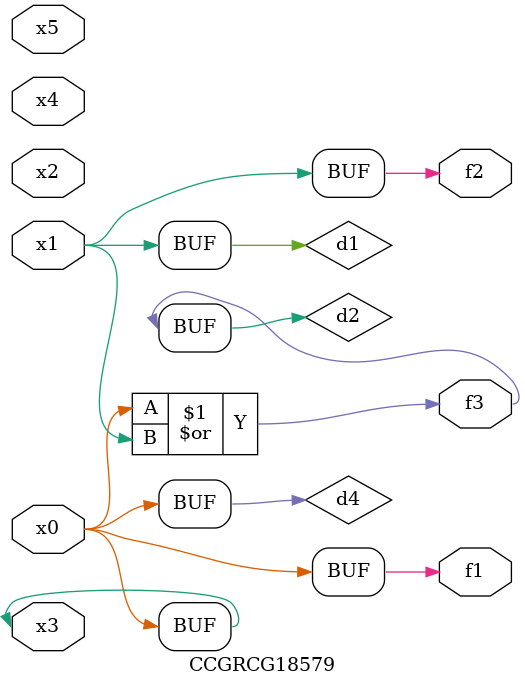
<source format=v>
module CCGRCG18579(
	input x0, x1, x2, x3, x4, x5,
	output f1, f2, f3
);

	wire d1, d2, d3, d4;

	and (d1, x1);
	or (d2, x0, x1);
	nand (d3, x0, x5);
	buf (d4, x0, x3);
	assign f1 = d4;
	assign f2 = d1;
	assign f3 = d2;
endmodule

</source>
